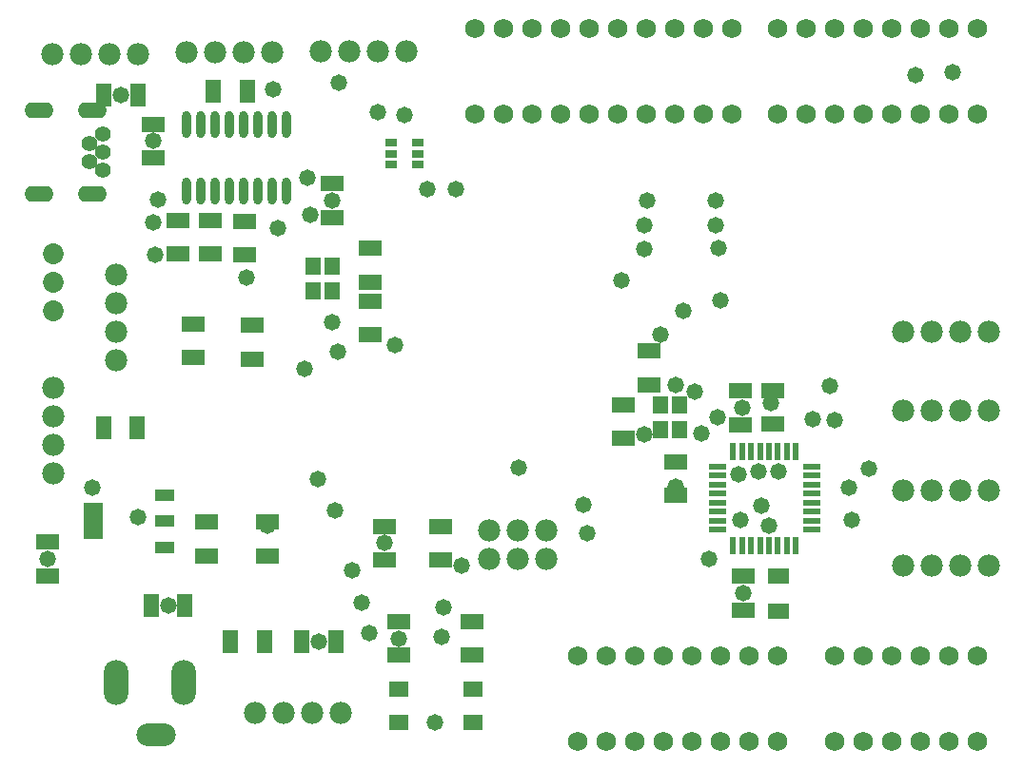
<source format=gts>
G04*
G04 #@! TF.GenerationSoftware,Altium Limited,Altium Designer,23.1.1 (15)*
G04*
G04 Layer_Color=8388736*
%FSLAX44Y44*%
%MOMM*%
G71*
G04*
G04 #@! TF.SameCoordinates,F8FEC074-9B5C-4FA2-A9AA-F0323AAD1731*
G04*
G04*
G04 #@! TF.FilePolarity,Negative*
G04*
G01*
G75*
%ADD26R,1.8542X1.3716*%
%ADD29R,2.0066X1.3208*%
%ADD30R,1.0508X0.7508*%
%ADD31R,1.3208X2.0066*%
%ADD32O,0.8128X2.4032*%
%ADD33R,1.7032X1.4032*%
%ADD34R,1.4031X1.6030*%
%ADD35R,1.6008X0.5588*%
%ADD36R,0.5588X1.6008*%
%ADD37R,1.8034X3.3020*%
%ADD38R,1.8034X1.0414*%
%ADD39C,1.9812*%
%ADD40C,1.7272*%
%ADD41O,2.2032X4.0032*%
%ADD42O,3.5032X2.0032*%
%ADD43C,1.8532*%
%ADD44O,2.6032X1.4032*%
%ADD45C,1.4032*%
%ADD46C,1.4732*%
D26*
X679450Y135890D02*
D03*
Y167132D02*
D03*
D29*
X378460Y181610D02*
D03*
Y211582D02*
D03*
X173990Y453898D02*
D03*
Y483870D02*
D03*
X158750Y391922D02*
D03*
Y361950D02*
D03*
X647700Y137160D02*
D03*
Y167132D02*
D03*
X674370Y332486D02*
D03*
Y302514D02*
D03*
X210820Y390652D02*
D03*
Y360680D02*
D03*
X144780Y453898D02*
D03*
Y483870D02*
D03*
X204470Y483362D02*
D03*
Y453390D02*
D03*
X123190Y539750D02*
D03*
Y569722D02*
D03*
X281940Y486664D02*
D03*
Y516636D02*
D03*
X170180Y185420D02*
D03*
Y215392D02*
D03*
X224790Y185420D02*
D03*
Y215392D02*
D03*
X316230Y459232D02*
D03*
Y429260D02*
D03*
X29210Y167640D02*
D03*
Y197612D02*
D03*
X588010Y239268D02*
D03*
Y269240D02*
D03*
X406400Y127000D02*
D03*
Y97028D02*
D03*
X341630D02*
D03*
Y127000D02*
D03*
X328930Y181610D02*
D03*
Y211582D02*
D03*
X541020Y290068D02*
D03*
Y320040D02*
D03*
X645160Y332232D02*
D03*
Y302260D02*
D03*
X563880Y337820D02*
D03*
Y367792D02*
D03*
X316230Y412242D02*
D03*
Y382270D02*
D03*
D30*
X358140Y553060D02*
D03*
Y543560D02*
D03*
Y534060D02*
D03*
X334515D02*
D03*
Y543560D02*
D03*
Y553060D02*
D03*
D31*
X285242Y109220D02*
D03*
X255270D02*
D03*
X191770D02*
D03*
X221742D02*
D03*
X79248Y595630D02*
D03*
X109220D02*
D03*
X206502Y599440D02*
D03*
X176530D02*
D03*
X120904Y140970D02*
D03*
X150876D02*
D03*
X108712Y299720D02*
D03*
X78740D02*
D03*
D32*
X152400Y569468D02*
D03*
X165100D02*
D03*
X177800D02*
D03*
X190500D02*
D03*
X203200D02*
D03*
X215900D02*
D03*
X228600D02*
D03*
X241300D02*
D03*
Y510032D02*
D03*
X228600D02*
D03*
X215900D02*
D03*
X203200D02*
D03*
X190500D02*
D03*
X177800D02*
D03*
X165100D02*
D03*
X152400D02*
D03*
D33*
X341670Y36830D02*
D03*
X407670Y66830D02*
D03*
Y36830D02*
D03*
X341670Y66830D02*
D03*
D34*
X590931Y297608D02*
D03*
Y319609D02*
D03*
X573931Y297609D02*
D03*
Y319609D02*
D03*
X265430Y443230D02*
D03*
Y421228D02*
D03*
X282430Y443228D02*
D03*
Y421228D02*
D03*
D35*
X708750Y264650D02*
D03*
Y256776D02*
D03*
Y248648D02*
D03*
Y240774D02*
D03*
Y232646D02*
D03*
Y224772D02*
D03*
Y216644D02*
D03*
Y208770D02*
D03*
X624750D02*
D03*
Y216644D02*
D03*
Y224772D02*
D03*
Y232646D02*
D03*
Y240774D02*
D03*
Y248648D02*
D03*
Y256776D02*
D03*
Y264650D02*
D03*
D36*
X694690Y194220D02*
D03*
X686816D02*
D03*
X678688D02*
D03*
X670814D02*
D03*
X662686D02*
D03*
X654812D02*
D03*
X646684D02*
D03*
X638810D02*
D03*
Y278220D02*
D03*
X646684D02*
D03*
X654812D02*
D03*
X662686D02*
D03*
X670814D02*
D03*
X678688D02*
D03*
X686816D02*
D03*
X694690D02*
D03*
D37*
X69342Y216154D02*
D03*
D38*
X133350Y193040D02*
D03*
Y216154D02*
D03*
Y239268D02*
D03*
D39*
X264160Y45720D02*
D03*
X289560D02*
D03*
X213360D02*
D03*
X238760D02*
D03*
X421640Y182880D02*
D03*
Y208280D02*
D03*
X447040Y182880D02*
D03*
Y208280D02*
D03*
X472440Y182880D02*
D03*
Y208280D02*
D03*
X297180Y635000D02*
D03*
X271780D02*
D03*
X347980D02*
D03*
X322580D02*
D03*
X177800Y633730D02*
D03*
X152400D02*
D03*
X228600D02*
D03*
X203200D02*
D03*
X58420Y632460D02*
D03*
X33020D02*
D03*
X109220D02*
D03*
X83820D02*
D03*
X90170Y410210D02*
D03*
Y435610D02*
D03*
Y359410D02*
D03*
Y384810D02*
D03*
X34290Y284480D02*
D03*
Y259080D02*
D03*
Y335280D02*
D03*
Y309880D02*
D03*
X815340Y384810D02*
D03*
X789940D02*
D03*
X866140D02*
D03*
X840740D02*
D03*
X815340Y314960D02*
D03*
X789940D02*
D03*
X866140D02*
D03*
X840740D02*
D03*
X815340Y243840D02*
D03*
X789940D02*
D03*
X866140D02*
D03*
X840740D02*
D03*
X815340Y176530D02*
D03*
X789940D02*
D03*
X866140D02*
D03*
X840740D02*
D03*
D40*
X500634Y96520D02*
D03*
X526034D02*
D03*
X551434D02*
D03*
X576834D02*
D03*
X602234D02*
D03*
X627634D02*
D03*
X653034D02*
D03*
X678434D02*
D03*
X500634Y20320D02*
D03*
X526034D02*
D03*
X551434D02*
D03*
X576834D02*
D03*
X602234D02*
D03*
X627634D02*
D03*
X653034D02*
D03*
X678434D02*
D03*
X678180Y579120D02*
D03*
X703580D02*
D03*
X728980D02*
D03*
X754380D02*
D03*
X779780D02*
D03*
X805180D02*
D03*
X830580D02*
D03*
X855980D02*
D03*
X678180Y655320D02*
D03*
X703580D02*
D03*
X728980D02*
D03*
X754380D02*
D03*
X779780D02*
D03*
X805180D02*
D03*
X830580D02*
D03*
X855980D02*
D03*
X408940Y579120D02*
D03*
X434340D02*
D03*
X459740D02*
D03*
X485140D02*
D03*
X510540D02*
D03*
X535940D02*
D03*
X561340D02*
D03*
X586740D02*
D03*
X612140D02*
D03*
X637540D02*
D03*
Y655320D02*
D03*
X612140D02*
D03*
X586740D02*
D03*
X561340D02*
D03*
X535940D02*
D03*
X510540D02*
D03*
X485140D02*
D03*
X459740D02*
D03*
X434340D02*
D03*
X408940D02*
D03*
X830834Y96520D02*
D03*
X856234D02*
D03*
X805434D02*
D03*
X780034D02*
D03*
X754634D02*
D03*
X729234D02*
D03*
X830580Y20320D02*
D03*
X855980D02*
D03*
X805180D02*
D03*
X779780D02*
D03*
X754380D02*
D03*
X728980D02*
D03*
D41*
X150170Y72390D02*
D03*
X90170D02*
D03*
D42*
X125170Y25890D02*
D03*
D43*
X34290Y403860D02*
D03*
Y429260D02*
D03*
Y454660D02*
D03*
D44*
X21272Y507630D02*
D03*
X68772D02*
D03*
Y582030D02*
D03*
X21272D02*
D03*
D45*
X77789Y560630D02*
D03*
X65752Y552632D02*
D03*
Y536632D02*
D03*
X77789Y544631D02*
D03*
Y528631D02*
D03*
D46*
X269240Y254000D02*
D03*
X284480Y226060D02*
D03*
X287020Y367030D02*
D03*
X337820Y373380D02*
D03*
X588010Y337820D02*
D03*
X801370Y613410D02*
D03*
X29210Y182626D02*
D03*
X373380Y36830D02*
D03*
X392430Y511810D02*
D03*
X367030D02*
D03*
X381000Y139700D02*
D03*
X299720Y172720D02*
D03*
X623570Y501650D02*
D03*
Y480060D02*
D03*
X562610Y501650D02*
D03*
X834390Y615950D02*
D03*
X679450Y260350D02*
D03*
X759460Y262890D02*
D03*
X672612Y321056D02*
D03*
X728980Y306070D02*
D03*
X725170Y336550D02*
D03*
X709930Y307340D02*
D03*
X741680Y246380D02*
D03*
X379730Y113030D02*
D03*
X308610Y143510D02*
D03*
X328930Y196850D02*
D03*
X314960Y116840D02*
D03*
X341630Y111760D02*
D03*
X647700Y152400D02*
D03*
X627380Y412750D02*
D03*
X624840Y308610D02*
D03*
X626110Y459740D02*
D03*
X647025Y317215D02*
D03*
X643890Y257810D02*
D03*
X645160Y217170D02*
D03*
X288290Y607060D02*
D03*
X346710Y577850D02*
D03*
X322580Y580390D02*
D03*
X505460Y231140D02*
D03*
X509270Y205740D02*
D03*
X617220Y182880D02*
D03*
X588010Y246634D02*
D03*
X560070Y293370D02*
D03*
Y458470D02*
D03*
Y480060D02*
D03*
X448310Y264160D02*
D03*
X539750Y430530D02*
D03*
X604520Y331470D02*
D03*
X594360Y403860D02*
D03*
X397510Y176530D02*
D03*
X574040Y382270D02*
D03*
X670560Y212090D02*
D03*
X664210Y229870D02*
D03*
X744220Y217170D02*
D03*
X661670Y260350D02*
D03*
X610870Y294640D02*
D03*
X224790Y212176D02*
D03*
X270256Y109220D02*
D03*
X205740Y433070D02*
D03*
X281940Y501650D02*
D03*
X233680Y477520D02*
D03*
X281940Y393700D02*
D03*
X262890Y488950D02*
D03*
X257810Y351790D02*
D03*
X260350Y521970D02*
D03*
X229870Y600710D02*
D03*
X127000Y502920D02*
D03*
X124460Y453390D02*
D03*
X123190Y482600D02*
D03*
Y554990D02*
D03*
X94488Y595630D02*
D03*
X68580Y246380D02*
D03*
X136144Y140970D02*
D03*
X109220Y219710D02*
D03*
M02*

</source>
